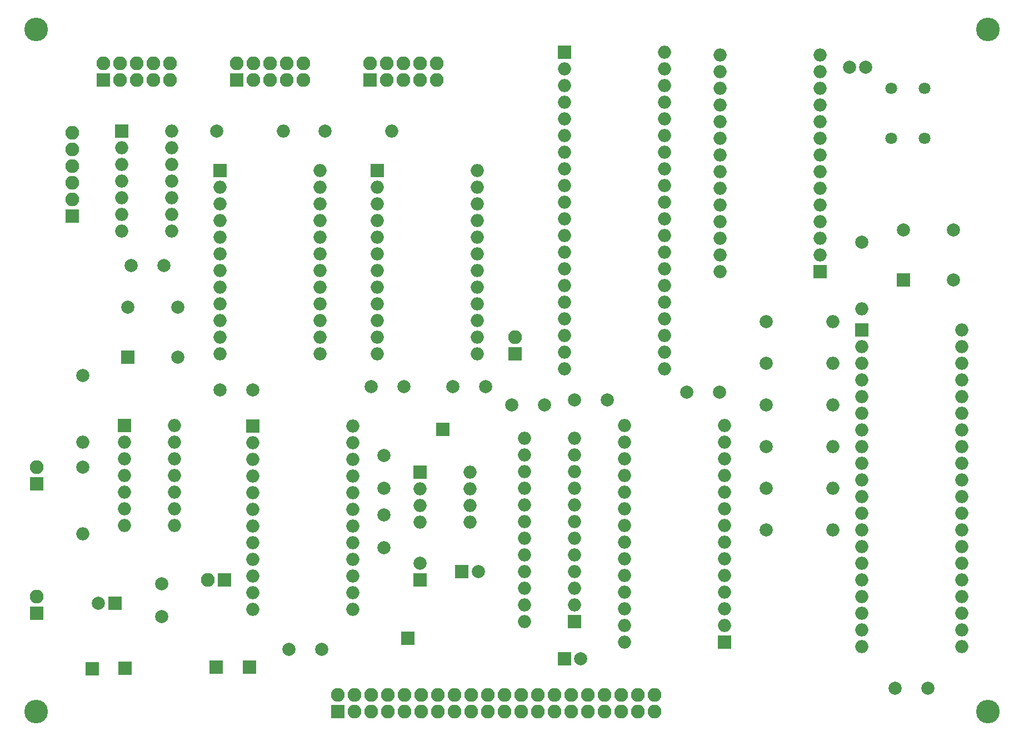
<source format=gts>
G04 #@! TF.FileFunction,Soldermask,Top*
%FSLAX46Y46*%
G04 Gerber Fmt 4.6, Leading zero omitted, Abs format (unit mm)*
G04 Created by KiCad (PCBNEW 4.0.7) date 07/01/18 21:37:15*
%MOMM*%
%LPD*%
G01*
G04 APERTURE LIST*
%ADD10C,0.100000*%
%ADD11C,3.600000*%
%ADD12C,2.000000*%
%ADD13R,2.000000X2.000000*%
%ADD14R,2.100000X2.100000*%
%ADD15O,2.100000X2.100000*%
%ADD16O,2.000000X2.000000*%
%ADD17C,1.797000*%
G04 APERTURE END LIST*
D10*
D11*
X55000000Y-35000000D03*
X200000000Y-35000000D03*
X200000000Y-139000000D03*
X55000000Y-139000000D03*
D12*
X185890000Y-135410000D03*
X190890000Y-135410000D03*
X88000000Y-90000000D03*
X83000000Y-90000000D03*
X137000000Y-91500000D03*
X142000000Y-91500000D03*
X127470000Y-92230000D03*
X132470000Y-92230000D03*
X118500000Y-89500000D03*
X123500000Y-89500000D03*
X98500000Y-129500000D03*
X93500000Y-129500000D03*
X106000000Y-89500000D03*
X111000000Y-89500000D03*
X154140000Y-90325000D03*
X159140000Y-90325000D03*
X69500000Y-71000000D03*
X74500000Y-71000000D03*
X74130000Y-119535000D03*
X74130000Y-124535000D03*
X178905000Y-40795000D03*
X181405000Y-40795000D03*
X108000000Y-105000000D03*
X108000000Y-100000000D03*
X108000000Y-109000000D03*
X108000000Y-114000000D03*
D13*
X67000000Y-122500000D03*
D12*
X64500000Y-122500000D03*
D13*
X113500000Y-118900000D03*
D12*
X113500000Y-116400000D03*
D13*
X119850000Y-117630000D03*
D12*
X122350000Y-117630000D03*
D13*
X135500000Y-131000000D03*
D12*
X138000000Y-131000000D03*
D14*
X65240000Y-42700000D03*
D15*
X65240000Y-40160000D03*
X67780000Y-42700000D03*
X67780000Y-40160000D03*
X70320000Y-42700000D03*
X70320000Y-40160000D03*
X72860000Y-42700000D03*
X72860000Y-40160000D03*
X75400000Y-42700000D03*
X75400000Y-40160000D03*
D14*
X85560000Y-42700000D03*
D15*
X85560000Y-40160000D03*
X88100000Y-42700000D03*
X88100000Y-40160000D03*
X90640000Y-42700000D03*
X90640000Y-40160000D03*
X93180000Y-42700000D03*
X93180000Y-40160000D03*
X95720000Y-42700000D03*
X95720000Y-40160000D03*
D14*
X105880000Y-42700000D03*
D15*
X105880000Y-40160000D03*
X108420000Y-42700000D03*
X108420000Y-40160000D03*
X110960000Y-42700000D03*
X110960000Y-40160000D03*
X113500000Y-42700000D03*
X113500000Y-40160000D03*
X116040000Y-42700000D03*
X116040000Y-40160000D03*
D14*
X82385000Y-132235000D03*
X87465000Y-132235000D03*
X117000000Y-96000000D03*
X63500000Y-132500000D03*
X68542000Y-132362000D03*
X111595000Y-127790000D03*
X55080000Y-104295000D03*
D15*
X55080000Y-101755000D03*
D14*
X101000000Y-139000000D03*
D15*
X101000000Y-136460000D03*
X103540000Y-139000000D03*
X103540000Y-136460000D03*
X106080000Y-139000000D03*
X106080000Y-136460000D03*
X108620000Y-139000000D03*
X108620000Y-136460000D03*
X111160000Y-139000000D03*
X111160000Y-136460000D03*
X113700000Y-139000000D03*
X113700000Y-136460000D03*
X116240000Y-139000000D03*
X116240000Y-136460000D03*
X118780000Y-139000000D03*
X118780000Y-136460000D03*
X121320000Y-139000000D03*
X121320000Y-136460000D03*
X123860000Y-139000000D03*
X123860000Y-136460000D03*
X126400000Y-139000000D03*
X126400000Y-136460000D03*
X128940000Y-139000000D03*
X128940000Y-136460000D03*
X131480000Y-139000000D03*
X131480000Y-136460000D03*
X134020000Y-139000000D03*
X134020000Y-136460000D03*
X136560000Y-139000000D03*
X136560000Y-136460000D03*
X139100000Y-139000000D03*
X139100000Y-136460000D03*
X141640000Y-139000000D03*
X141640000Y-136460000D03*
X144180000Y-139000000D03*
X144180000Y-136460000D03*
X146720000Y-139000000D03*
X146720000Y-136460000D03*
X149260000Y-139000000D03*
X149260000Y-136460000D03*
D14*
X55080000Y-123980000D03*
D15*
X55080000Y-121440000D03*
D14*
X83655000Y-118900000D03*
D15*
X81115000Y-118900000D03*
D14*
X128000000Y-84500000D03*
D15*
X128000000Y-81960000D03*
D12*
X166205000Y-92230000D03*
D16*
X176365000Y-92230000D03*
D12*
X166205000Y-85880000D03*
D16*
X176365000Y-85880000D03*
D12*
X82500000Y-50500000D03*
D16*
X92660000Y-50500000D03*
D12*
X166205000Y-79530000D03*
D16*
X176365000Y-79530000D03*
D12*
X180810000Y-67465000D03*
D16*
X180810000Y-77625000D03*
D12*
X166205000Y-98580000D03*
D16*
X176365000Y-98580000D03*
D12*
X166205000Y-111280000D03*
D16*
X176365000Y-111280000D03*
D12*
X166205000Y-104930000D03*
D16*
X176365000Y-104930000D03*
D12*
X99000000Y-50500000D03*
D16*
X109160000Y-50500000D03*
D12*
X62065000Y-101755000D03*
D16*
X62065000Y-111915000D03*
D12*
X62065000Y-87785000D03*
D16*
X62065000Y-97945000D03*
D17*
X185255000Y-43970000D03*
X190335000Y-43970000D03*
X185255000Y-51590000D03*
X190335000Y-51590000D03*
D13*
X187160000Y-73180000D03*
D12*
X187160000Y-65560000D03*
X194780000Y-65560000D03*
X194780000Y-73180000D03*
D13*
X180810000Y-80800000D03*
D16*
X196050000Y-129060000D03*
X180810000Y-83340000D03*
X196050000Y-126520000D03*
X180810000Y-85880000D03*
X196050000Y-123980000D03*
X180810000Y-88420000D03*
X196050000Y-121440000D03*
X180810000Y-90960000D03*
X196050000Y-118900000D03*
X180810000Y-93500000D03*
X196050000Y-116360000D03*
X180810000Y-96040000D03*
X196050000Y-113820000D03*
X180810000Y-98580000D03*
X196050000Y-111280000D03*
X180810000Y-101120000D03*
X196050000Y-108740000D03*
X180810000Y-103660000D03*
X196050000Y-106200000D03*
X180810000Y-106200000D03*
X196050000Y-103660000D03*
X180810000Y-108740000D03*
X196050000Y-101120000D03*
X180810000Y-111280000D03*
X196050000Y-98580000D03*
X180810000Y-113820000D03*
X196050000Y-96040000D03*
X180810000Y-116360000D03*
X196050000Y-93500000D03*
X180810000Y-118900000D03*
X196050000Y-90960000D03*
X180810000Y-121440000D03*
X196050000Y-88420000D03*
X180810000Y-123980000D03*
X196050000Y-85880000D03*
X180810000Y-126520000D03*
X196050000Y-83340000D03*
X180810000Y-129060000D03*
X196050000Y-80800000D03*
D13*
X83000000Y-56500000D03*
D16*
X98240000Y-84440000D03*
X83000000Y-59040000D03*
X98240000Y-81900000D03*
X83000000Y-61580000D03*
X98240000Y-79360000D03*
X83000000Y-64120000D03*
X98240000Y-76820000D03*
X83000000Y-66660000D03*
X98240000Y-74280000D03*
X83000000Y-69200000D03*
X98240000Y-71740000D03*
X83000000Y-71740000D03*
X98240000Y-69200000D03*
X83000000Y-74280000D03*
X98240000Y-66660000D03*
X83000000Y-76820000D03*
X98240000Y-64120000D03*
X83000000Y-79360000D03*
X98240000Y-61580000D03*
X83000000Y-81900000D03*
X98240000Y-59040000D03*
X83000000Y-84440000D03*
X98240000Y-56500000D03*
D13*
X69000000Y-85000000D03*
D12*
X69000000Y-77380000D03*
X76620000Y-77380000D03*
X76620000Y-85000000D03*
D13*
X135500000Y-38500000D03*
D16*
X150740000Y-86760000D03*
X135500000Y-41040000D03*
X150740000Y-84220000D03*
X135500000Y-43580000D03*
X150740000Y-81680000D03*
X135500000Y-46120000D03*
X150740000Y-79140000D03*
X135500000Y-48660000D03*
X150740000Y-76600000D03*
X135500000Y-51200000D03*
X150740000Y-74060000D03*
X135500000Y-53740000D03*
X150740000Y-71520000D03*
X135500000Y-56280000D03*
X150740000Y-68980000D03*
X135500000Y-58820000D03*
X150740000Y-66440000D03*
X135500000Y-61360000D03*
X150740000Y-63900000D03*
X135500000Y-63900000D03*
X150740000Y-61360000D03*
X135500000Y-66440000D03*
X150740000Y-58820000D03*
X135500000Y-68980000D03*
X150740000Y-56280000D03*
X135500000Y-71520000D03*
X150740000Y-53740000D03*
X135500000Y-74060000D03*
X150740000Y-51200000D03*
X135500000Y-76600000D03*
X150740000Y-48660000D03*
X135500000Y-79140000D03*
X150740000Y-46120000D03*
X135500000Y-81680000D03*
X150740000Y-43580000D03*
X135500000Y-84220000D03*
X150740000Y-41040000D03*
X135500000Y-86760000D03*
X150740000Y-38500000D03*
D13*
X136995000Y-125250000D03*
D16*
X129375000Y-97310000D03*
X136995000Y-122710000D03*
X129375000Y-99850000D03*
X136995000Y-120170000D03*
X129375000Y-102390000D03*
X136995000Y-117630000D03*
X129375000Y-104930000D03*
X136995000Y-115090000D03*
X129375000Y-107470000D03*
X136995000Y-112550000D03*
X129375000Y-110010000D03*
X136995000Y-110010000D03*
X129375000Y-112550000D03*
X136995000Y-107470000D03*
X129375000Y-115090000D03*
X136995000Y-104930000D03*
X129375000Y-117630000D03*
X136995000Y-102390000D03*
X129375000Y-120170000D03*
X136995000Y-99850000D03*
X129375000Y-122710000D03*
X136995000Y-97310000D03*
X129375000Y-125250000D03*
D13*
X88000000Y-95500000D03*
D16*
X103240000Y-123440000D03*
X88000000Y-98040000D03*
X103240000Y-120900000D03*
X88000000Y-100580000D03*
X103240000Y-118360000D03*
X88000000Y-103120000D03*
X103240000Y-115820000D03*
X88000000Y-105660000D03*
X103240000Y-113280000D03*
X88000000Y-108200000D03*
X103240000Y-110740000D03*
X88000000Y-110740000D03*
X103240000Y-108200000D03*
X88000000Y-113280000D03*
X103240000Y-105660000D03*
X88000000Y-115820000D03*
X103240000Y-103120000D03*
X88000000Y-118360000D03*
X103240000Y-100580000D03*
X88000000Y-120900000D03*
X103240000Y-98040000D03*
X88000000Y-123440000D03*
X103240000Y-95500000D03*
D13*
X107000000Y-56500000D03*
D16*
X122240000Y-84440000D03*
X107000000Y-59040000D03*
X122240000Y-81900000D03*
X107000000Y-61580000D03*
X122240000Y-79360000D03*
X107000000Y-64120000D03*
X122240000Y-76820000D03*
X107000000Y-66660000D03*
X122240000Y-74280000D03*
X107000000Y-69200000D03*
X122240000Y-71740000D03*
X107000000Y-71740000D03*
X122240000Y-69200000D03*
X107000000Y-74280000D03*
X122240000Y-66660000D03*
X107000000Y-76820000D03*
X122240000Y-64120000D03*
X107000000Y-79360000D03*
X122240000Y-61580000D03*
X107000000Y-81900000D03*
X122240000Y-59040000D03*
X107000000Y-84440000D03*
X122240000Y-56500000D03*
D13*
X68000000Y-50500000D03*
D16*
X75620000Y-65740000D03*
X68000000Y-53040000D03*
X75620000Y-63200000D03*
X68000000Y-55580000D03*
X75620000Y-60660000D03*
X68000000Y-58120000D03*
X75620000Y-58120000D03*
X68000000Y-60660000D03*
X75620000Y-55580000D03*
X68000000Y-63200000D03*
X75620000Y-53040000D03*
X68000000Y-65740000D03*
X75620000Y-50500000D03*
D13*
X174460000Y-71910000D03*
D16*
X159220000Y-38890000D03*
X174460000Y-69370000D03*
X159220000Y-41430000D03*
X174460000Y-66830000D03*
X159220000Y-43970000D03*
X174460000Y-64290000D03*
X159220000Y-46510000D03*
X174460000Y-61750000D03*
X159220000Y-49050000D03*
X174460000Y-59210000D03*
X159220000Y-51590000D03*
X174460000Y-56670000D03*
X159220000Y-54130000D03*
X174460000Y-54130000D03*
X159220000Y-56670000D03*
X174460000Y-51590000D03*
X159220000Y-59210000D03*
X174460000Y-49050000D03*
X159220000Y-61750000D03*
X174460000Y-46510000D03*
X159220000Y-64290000D03*
X174460000Y-43970000D03*
X159220000Y-66830000D03*
X174460000Y-41430000D03*
X159220000Y-69370000D03*
X174460000Y-38890000D03*
X159220000Y-71910000D03*
D13*
X159855000Y-128425000D03*
D16*
X144615000Y-95405000D03*
X159855000Y-125885000D03*
X144615000Y-97945000D03*
X159855000Y-123345000D03*
X144615000Y-100485000D03*
X159855000Y-120805000D03*
X144615000Y-103025000D03*
X159855000Y-118265000D03*
X144615000Y-105565000D03*
X159855000Y-115725000D03*
X144615000Y-108105000D03*
X159855000Y-113185000D03*
X144615000Y-110645000D03*
X159855000Y-110645000D03*
X144615000Y-113185000D03*
X159855000Y-108105000D03*
X144615000Y-115725000D03*
X159855000Y-105565000D03*
X144615000Y-118265000D03*
X159855000Y-103025000D03*
X144615000Y-120805000D03*
X159855000Y-100485000D03*
X144615000Y-123345000D03*
X159855000Y-97945000D03*
X144615000Y-125885000D03*
X159855000Y-95405000D03*
X144615000Y-128425000D03*
D13*
X113500000Y-102500000D03*
D16*
X121120000Y-110120000D03*
X113500000Y-105040000D03*
X121120000Y-107580000D03*
X113500000Y-107580000D03*
X121120000Y-105040000D03*
X113500000Y-110120000D03*
X121120000Y-102500000D03*
D13*
X68415000Y-95405000D03*
D16*
X76035000Y-110645000D03*
X68415000Y-97945000D03*
X76035000Y-108105000D03*
X68415000Y-100485000D03*
X76035000Y-105565000D03*
X68415000Y-103025000D03*
X76035000Y-103025000D03*
X68415000Y-105565000D03*
X76035000Y-100485000D03*
X68415000Y-108105000D03*
X76035000Y-97945000D03*
X68415000Y-110645000D03*
X76035000Y-95405000D03*
D14*
X60500000Y-63500000D03*
D15*
X60500000Y-60960000D03*
X60500000Y-58420000D03*
X60500000Y-55880000D03*
X60500000Y-53340000D03*
X60500000Y-50800000D03*
M02*

</source>
